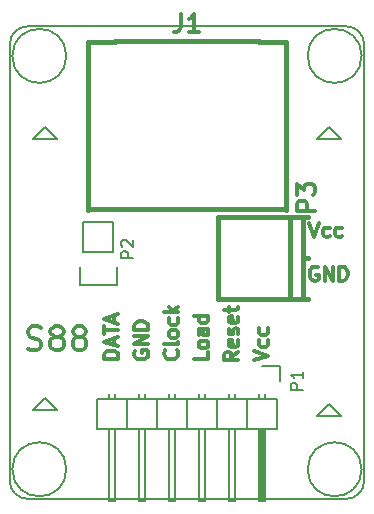
<source format=gto>
G04 #@! TF.FileFunction,Legend,Top*
%FSLAX46Y46*%
G04 Gerber Fmt 4.6, Leading zero omitted, Abs format (unit mm)*
G04 Created by KiCad (PCBNEW 4.0.2+dfsg1-stable) date Fr 03 Aug 2018 15:40:32 CEST*
%MOMM*%
G01*
G04 APERTURE LIST*
%ADD10C,0.100000*%
%ADD11C,0.300000*%
%ADD12C,0.200000*%
%ADD13C,0.150000*%
%ADD14C,0.381000*%
%ADD15C,0.304800*%
G04 APERTURE END LIST*
D10*
D11*
X161085715Y-110400000D02*
X160971429Y-110342857D01*
X160800000Y-110342857D01*
X160628572Y-110400000D01*
X160514286Y-110514286D01*
X160457143Y-110628571D01*
X160400000Y-110857143D01*
X160400000Y-111028571D01*
X160457143Y-111257143D01*
X160514286Y-111371429D01*
X160628572Y-111485714D01*
X160800000Y-111542857D01*
X160914286Y-111542857D01*
X161085715Y-111485714D01*
X161142858Y-111428571D01*
X161142858Y-111028571D01*
X160914286Y-111028571D01*
X161657143Y-111542857D02*
X161657143Y-110342857D01*
X162342858Y-111542857D01*
X162342858Y-110342857D01*
X162914286Y-111542857D02*
X162914286Y-110342857D01*
X163200001Y-110342857D01*
X163371429Y-110400000D01*
X163485715Y-110514286D01*
X163542858Y-110628571D01*
X163600001Y-110857143D01*
X163600001Y-111028571D01*
X163542858Y-111257143D01*
X163485715Y-111371429D01*
X163371429Y-111485714D01*
X163200001Y-111542857D01*
X162914286Y-111542857D01*
X160371430Y-106642857D02*
X160771430Y-107842857D01*
X161171430Y-106642857D01*
X162085715Y-107785714D02*
X161971429Y-107842857D01*
X161742858Y-107842857D01*
X161628572Y-107785714D01*
X161571429Y-107728571D01*
X161514286Y-107614286D01*
X161514286Y-107271429D01*
X161571429Y-107157143D01*
X161628572Y-107100000D01*
X161742858Y-107042857D01*
X161971429Y-107042857D01*
X162085715Y-107100000D01*
X163114286Y-107785714D02*
X163000000Y-107842857D01*
X162771429Y-107842857D01*
X162657143Y-107785714D01*
X162600000Y-107728571D01*
X162542857Y-107614286D01*
X162542857Y-107271429D01*
X162600000Y-107157143D01*
X162657143Y-107100000D01*
X162771429Y-107042857D01*
X163000000Y-107042857D01*
X163114286Y-107100000D01*
X136523809Y-117309524D02*
X136809524Y-117404762D01*
X137285714Y-117404762D01*
X137476190Y-117309524D01*
X137571428Y-117214286D01*
X137666667Y-117023810D01*
X137666667Y-116833333D01*
X137571428Y-116642857D01*
X137476190Y-116547619D01*
X137285714Y-116452381D01*
X136904762Y-116357143D01*
X136714286Y-116261905D01*
X136619047Y-116166667D01*
X136523809Y-115976190D01*
X136523809Y-115785714D01*
X136619047Y-115595238D01*
X136714286Y-115500000D01*
X136904762Y-115404762D01*
X137380952Y-115404762D01*
X137666667Y-115500000D01*
X138809524Y-116261905D02*
X138619048Y-116166667D01*
X138523809Y-116071429D01*
X138428571Y-115880952D01*
X138428571Y-115785714D01*
X138523809Y-115595238D01*
X138619048Y-115500000D01*
X138809524Y-115404762D01*
X139190476Y-115404762D01*
X139380952Y-115500000D01*
X139476190Y-115595238D01*
X139571429Y-115785714D01*
X139571429Y-115880952D01*
X139476190Y-116071429D01*
X139380952Y-116166667D01*
X139190476Y-116261905D01*
X138809524Y-116261905D01*
X138619048Y-116357143D01*
X138523809Y-116452381D01*
X138428571Y-116642857D01*
X138428571Y-117023810D01*
X138523809Y-117214286D01*
X138619048Y-117309524D01*
X138809524Y-117404762D01*
X139190476Y-117404762D01*
X139380952Y-117309524D01*
X139476190Y-117214286D01*
X139571429Y-117023810D01*
X139571429Y-116642857D01*
X139476190Y-116452381D01*
X139380952Y-116357143D01*
X139190476Y-116261905D01*
X140714286Y-116261905D02*
X140523810Y-116166667D01*
X140428571Y-116071429D01*
X140333333Y-115880952D01*
X140333333Y-115785714D01*
X140428571Y-115595238D01*
X140523810Y-115500000D01*
X140714286Y-115404762D01*
X141095238Y-115404762D01*
X141285714Y-115500000D01*
X141380952Y-115595238D01*
X141476191Y-115785714D01*
X141476191Y-115880952D01*
X141380952Y-116071429D01*
X141285714Y-116166667D01*
X141095238Y-116261905D01*
X140714286Y-116261905D01*
X140523810Y-116357143D01*
X140428571Y-116452381D01*
X140333333Y-116642857D01*
X140333333Y-117023810D01*
X140428571Y-117214286D01*
X140523810Y-117309524D01*
X140714286Y-117404762D01*
X141095238Y-117404762D01*
X141285714Y-117309524D01*
X141380952Y-117214286D01*
X141476191Y-117023810D01*
X141476191Y-116642857D01*
X141380952Y-116452381D01*
X141285714Y-116357143D01*
X141095238Y-116261905D01*
X144179857Y-118132000D02*
X142979857Y-118132000D01*
X142979857Y-117846285D01*
X143037000Y-117674857D01*
X143151286Y-117560571D01*
X143265571Y-117503428D01*
X143494143Y-117446285D01*
X143665571Y-117446285D01*
X143894143Y-117503428D01*
X144008429Y-117560571D01*
X144122714Y-117674857D01*
X144179857Y-117846285D01*
X144179857Y-118132000D01*
X143837000Y-116989143D02*
X143837000Y-116417714D01*
X144179857Y-117103428D02*
X142979857Y-116703428D01*
X144179857Y-116303428D01*
X142979857Y-116074857D02*
X142979857Y-115389143D01*
X144179857Y-115732000D02*
X142979857Y-115732000D01*
X143837000Y-115046286D02*
X143837000Y-114474857D01*
X144179857Y-115160571D02*
X142979857Y-114760571D01*
X144179857Y-114360571D01*
X145577000Y-117500285D02*
X145519857Y-117614571D01*
X145519857Y-117786000D01*
X145577000Y-117957428D01*
X145691286Y-118071714D01*
X145805571Y-118128857D01*
X146034143Y-118186000D01*
X146205571Y-118186000D01*
X146434143Y-118128857D01*
X146548429Y-118071714D01*
X146662714Y-117957428D01*
X146719857Y-117786000D01*
X146719857Y-117671714D01*
X146662714Y-117500285D01*
X146605571Y-117443142D01*
X146205571Y-117443142D01*
X146205571Y-117671714D01*
X146719857Y-116928857D02*
X145519857Y-116928857D01*
X146719857Y-116243142D01*
X145519857Y-116243142D01*
X146719857Y-115671714D02*
X145519857Y-115671714D01*
X145519857Y-115385999D01*
X145577000Y-115214571D01*
X145691286Y-115100285D01*
X145805571Y-115043142D01*
X146034143Y-114985999D01*
X146205571Y-114985999D01*
X146434143Y-115043142D01*
X146548429Y-115100285D01*
X146662714Y-115214571D01*
X146719857Y-115385999D01*
X146719857Y-115671714D01*
X149145571Y-117436713D02*
X149202714Y-117493856D01*
X149259857Y-117665285D01*
X149259857Y-117779571D01*
X149202714Y-117950999D01*
X149088429Y-118065285D01*
X148974143Y-118122428D01*
X148745571Y-118179571D01*
X148574143Y-118179571D01*
X148345571Y-118122428D01*
X148231286Y-118065285D01*
X148117000Y-117950999D01*
X148059857Y-117779571D01*
X148059857Y-117665285D01*
X148117000Y-117493856D01*
X148174143Y-117436713D01*
X149259857Y-116750999D02*
X149202714Y-116865285D01*
X149088429Y-116922428D01*
X148059857Y-116922428D01*
X149259857Y-116122428D02*
X149202714Y-116236714D01*
X149145571Y-116293857D01*
X149031286Y-116351000D01*
X148688429Y-116351000D01*
X148574143Y-116293857D01*
X148517000Y-116236714D01*
X148459857Y-116122428D01*
X148459857Y-115951000D01*
X148517000Y-115836714D01*
X148574143Y-115779571D01*
X148688429Y-115722428D01*
X149031286Y-115722428D01*
X149145571Y-115779571D01*
X149202714Y-115836714D01*
X149259857Y-115951000D01*
X149259857Y-116122428D01*
X149202714Y-114693857D02*
X149259857Y-114808143D01*
X149259857Y-115036714D01*
X149202714Y-115151000D01*
X149145571Y-115208143D01*
X149031286Y-115265286D01*
X148688429Y-115265286D01*
X148574143Y-115208143D01*
X148517000Y-115151000D01*
X148459857Y-115036714D01*
X148459857Y-114808143D01*
X148517000Y-114693857D01*
X149259857Y-114179572D02*
X148059857Y-114179572D01*
X148802714Y-114065286D02*
X149259857Y-113722429D01*
X148459857Y-113722429D02*
X148917000Y-114179572D01*
X151799857Y-117589142D02*
X151799857Y-118160571D01*
X150599857Y-118160571D01*
X151799857Y-117017713D02*
X151742714Y-117131999D01*
X151685571Y-117189142D01*
X151571286Y-117246285D01*
X151228429Y-117246285D01*
X151114143Y-117189142D01*
X151057000Y-117131999D01*
X150999857Y-117017713D01*
X150999857Y-116846285D01*
X151057000Y-116731999D01*
X151114143Y-116674856D01*
X151228429Y-116617713D01*
X151571286Y-116617713D01*
X151685571Y-116674856D01*
X151742714Y-116731999D01*
X151799857Y-116846285D01*
X151799857Y-117017713D01*
X151799857Y-115589142D02*
X151171286Y-115589142D01*
X151057000Y-115646285D01*
X150999857Y-115760571D01*
X150999857Y-115989142D01*
X151057000Y-116103428D01*
X151742714Y-115589142D02*
X151799857Y-115703428D01*
X151799857Y-115989142D01*
X151742714Y-116103428D01*
X151628429Y-116160571D01*
X151514143Y-116160571D01*
X151399857Y-116103428D01*
X151342714Y-115989142D01*
X151342714Y-115703428D01*
X151285571Y-115589142D01*
X151799857Y-114503428D02*
X150599857Y-114503428D01*
X151742714Y-114503428D02*
X151799857Y-114617714D01*
X151799857Y-114846285D01*
X151742714Y-114960571D01*
X151685571Y-115017714D01*
X151571286Y-115074857D01*
X151228429Y-115074857D01*
X151114143Y-115017714D01*
X151057000Y-114960571D01*
X150999857Y-114846285D01*
X150999857Y-114617714D01*
X151057000Y-114503428D01*
X154339857Y-117563713D02*
X153768429Y-117963713D01*
X154339857Y-118249428D02*
X153139857Y-118249428D01*
X153139857Y-117792285D01*
X153197000Y-117677999D01*
X153254143Y-117620856D01*
X153368429Y-117563713D01*
X153539857Y-117563713D01*
X153654143Y-117620856D01*
X153711286Y-117677999D01*
X153768429Y-117792285D01*
X153768429Y-118249428D01*
X154282714Y-116592285D02*
X154339857Y-116706571D01*
X154339857Y-116935142D01*
X154282714Y-117049428D01*
X154168429Y-117106571D01*
X153711286Y-117106571D01*
X153597000Y-117049428D01*
X153539857Y-116935142D01*
X153539857Y-116706571D01*
X153597000Y-116592285D01*
X153711286Y-116535142D01*
X153825571Y-116535142D01*
X153939857Y-117106571D01*
X154282714Y-116078000D02*
X154339857Y-115963714D01*
X154339857Y-115735142D01*
X154282714Y-115620857D01*
X154168429Y-115563714D01*
X154111286Y-115563714D01*
X153997000Y-115620857D01*
X153939857Y-115735142D01*
X153939857Y-115906571D01*
X153882714Y-116020857D01*
X153768429Y-116078000D01*
X153711286Y-116078000D01*
X153597000Y-116020857D01*
X153539857Y-115906571D01*
X153539857Y-115735142D01*
X153597000Y-115620857D01*
X154282714Y-114592285D02*
X154339857Y-114706571D01*
X154339857Y-114935142D01*
X154282714Y-115049428D01*
X154168429Y-115106571D01*
X153711286Y-115106571D01*
X153597000Y-115049428D01*
X153539857Y-114935142D01*
X153539857Y-114706571D01*
X153597000Y-114592285D01*
X153711286Y-114535142D01*
X153825571Y-114535142D01*
X153939857Y-115106571D01*
X153539857Y-114192285D02*
X153539857Y-113735142D01*
X153139857Y-114020857D02*
X154168429Y-114020857D01*
X154282714Y-113963714D01*
X154339857Y-113849428D01*
X154339857Y-113735142D01*
X155679857Y-118268570D02*
X156879857Y-117868570D01*
X155679857Y-117468570D01*
X156822714Y-116554285D02*
X156879857Y-116668571D01*
X156879857Y-116897142D01*
X156822714Y-117011428D01*
X156765571Y-117068571D01*
X156651286Y-117125714D01*
X156308429Y-117125714D01*
X156194143Y-117068571D01*
X156137000Y-117011428D01*
X156079857Y-116897142D01*
X156079857Y-116668571D01*
X156137000Y-116554285D01*
X156822714Y-115525714D02*
X156879857Y-115640000D01*
X156879857Y-115868571D01*
X156822714Y-115982857D01*
X156765571Y-116040000D01*
X156651286Y-116097143D01*
X156308429Y-116097143D01*
X156194143Y-116040000D01*
X156137000Y-115982857D01*
X156079857Y-115868571D01*
X156079857Y-115640000D01*
X156137000Y-115525714D01*
D12*
X162000000Y-122000000D02*
X161000000Y-123000000D01*
X163000000Y-123000000D02*
X162000000Y-122000000D01*
X161000000Y-123000000D02*
X163000000Y-123000000D01*
X138000000Y-121500000D02*
X137000000Y-122500000D01*
X139000000Y-122500000D02*
X138000000Y-121500000D01*
X137000000Y-122500000D02*
X139000000Y-122500000D01*
X138000000Y-98500000D02*
X139000000Y-99500000D01*
X137000000Y-99500000D02*
X138000000Y-98500000D01*
X139000000Y-99500000D02*
X137000000Y-99500000D01*
X162000000Y-98500000D02*
X161000000Y-99500000D01*
X163000000Y-99500000D02*
X162000000Y-98500000D01*
X161000000Y-99500000D02*
X163000000Y-99500000D01*
D13*
X136500000Y-90000000D02*
G75*
G03X135000000Y-91500000I0J-1500000D01*
G01*
X165000000Y-91500000D02*
G75*
G03X163500000Y-90000000I-1500000J0D01*
G01*
X163500000Y-130000000D02*
G75*
G03X165000000Y-128500000I0J1500000D01*
G01*
X135000000Y-128500000D02*
G75*
G03X136500000Y-130000000I1500000J0D01*
G01*
X135000000Y-91500000D02*
X135000000Y-128500000D01*
X163500000Y-130000000D02*
X136500000Y-130000000D01*
X165000000Y-91500000D02*
X165000000Y-128500000D01*
X136500000Y-90000000D02*
X163500000Y-90000000D01*
X139786000Y-127500000D02*
G75*
G03X139786000Y-127500000I-2286000J0D01*
G01*
X164786000Y-127500000D02*
G75*
G03X164786000Y-127500000I-2286000J0D01*
G01*
X164786000Y-92500000D02*
G75*
G03X164786000Y-92500000I-2286000J0D01*
G01*
X157887000Y-118715000D02*
X156337000Y-118715000D01*
X157887000Y-120015000D02*
X157887000Y-118715000D01*
X156464000Y-124206000D02*
X156464000Y-130048000D01*
X156464000Y-130048000D02*
X156210000Y-130048000D01*
X156210000Y-130048000D02*
X156210000Y-124206000D01*
X156210000Y-124206000D02*
X156337000Y-124206000D01*
X156337000Y-124206000D02*
X156337000Y-130048000D01*
X156591000Y-121539000D02*
X156591000Y-121158000D01*
X156083000Y-121539000D02*
X156083000Y-121158000D01*
X154051000Y-121539000D02*
X154051000Y-121158000D01*
X153543000Y-121539000D02*
X153543000Y-121158000D01*
X151511000Y-121539000D02*
X151511000Y-121158000D01*
X151003000Y-121539000D02*
X151003000Y-121158000D01*
X143383000Y-121539000D02*
X143383000Y-121158000D01*
X143891000Y-121539000D02*
X143891000Y-121158000D01*
X145923000Y-121539000D02*
X145923000Y-121158000D01*
X146431000Y-121539000D02*
X146431000Y-121158000D01*
X148463000Y-121539000D02*
X148463000Y-121158000D01*
X148971000Y-121539000D02*
X148971000Y-121158000D01*
X157607000Y-121539000D02*
X157607000Y-124079000D01*
X155067000Y-121539000D02*
X155067000Y-124079000D01*
X155067000Y-121539000D02*
X152527000Y-121539000D01*
X152527000Y-121539000D02*
X152527000Y-124079000D01*
X154051000Y-124079000D02*
X154051000Y-130175000D01*
X154051000Y-130175000D02*
X153543000Y-130175000D01*
X153543000Y-130175000D02*
X153543000Y-124079000D01*
X152527000Y-124079000D02*
X155067000Y-124079000D01*
X155067000Y-124079000D02*
X157607000Y-124079000D01*
X156083000Y-130175000D02*
X156083000Y-124079000D01*
X156591000Y-130175000D02*
X156083000Y-130175000D01*
X156591000Y-124079000D02*
X156591000Y-130175000D01*
X155067000Y-121539000D02*
X155067000Y-124079000D01*
X157607000Y-121539000D02*
X155067000Y-121539000D01*
X147447000Y-121539000D02*
X147447000Y-124079000D01*
X147447000Y-121539000D02*
X144907000Y-121539000D01*
X144907000Y-121539000D02*
X144907000Y-124079000D01*
X146431000Y-124079000D02*
X146431000Y-130175000D01*
X146431000Y-130175000D02*
X145923000Y-130175000D01*
X145923000Y-130175000D02*
X145923000Y-124079000D01*
X144907000Y-124079000D02*
X147447000Y-124079000D01*
X142367000Y-124079000D02*
X144907000Y-124079000D01*
X143383000Y-130175000D02*
X143383000Y-124079000D01*
X143891000Y-130175000D02*
X143383000Y-130175000D01*
X143891000Y-124079000D02*
X143891000Y-130175000D01*
X142367000Y-121539000D02*
X142367000Y-124079000D01*
X144907000Y-121539000D02*
X142367000Y-121539000D01*
X144907000Y-121539000D02*
X144907000Y-124079000D01*
X149987000Y-121539000D02*
X149987000Y-124079000D01*
X149987000Y-121539000D02*
X147447000Y-121539000D01*
X147447000Y-121539000D02*
X147447000Y-124079000D01*
X148971000Y-124079000D02*
X148971000Y-130175000D01*
X148971000Y-130175000D02*
X148463000Y-130175000D01*
X148463000Y-130175000D02*
X148463000Y-124079000D01*
X147447000Y-124079000D02*
X149987000Y-124079000D01*
X149987000Y-124079000D02*
X152527000Y-124079000D01*
X151003000Y-130175000D02*
X151003000Y-124079000D01*
X151511000Y-130175000D02*
X151003000Y-130175000D01*
X151511000Y-124079000D02*
X151511000Y-130175000D01*
X149987000Y-121539000D02*
X149987000Y-124079000D01*
X152527000Y-121539000D02*
X149987000Y-121539000D01*
X152527000Y-121539000D02*
X152527000Y-124079000D01*
X141224000Y-109093000D02*
X141224000Y-106553000D01*
X140944000Y-111913000D02*
X140944000Y-110363000D01*
X141224000Y-109093000D02*
X143764000Y-109093000D01*
X144044000Y-110363000D02*
X144044000Y-111913000D01*
X144044000Y-111913000D02*
X140944000Y-111913000D01*
X143764000Y-109093000D02*
X143764000Y-106553000D01*
X143764000Y-106553000D02*
X141224000Y-106553000D01*
D14*
X159864000Y-109601000D02*
X160264000Y-109601000D01*
X158764000Y-113101000D02*
X158764000Y-106101000D01*
X159864000Y-113101000D02*
X159864000Y-106101000D01*
X152664000Y-113101000D02*
X160264000Y-113101000D01*
X160264000Y-106101000D02*
X152664000Y-106101000D01*
X152664000Y-106101000D02*
X152664000Y-113101000D01*
D13*
X139786000Y-92500000D02*
G75*
G03X139786000Y-92500000I-2286000J0D01*
G01*
D14*
X158394400Y-105511600D02*
X158394400Y-91287600D01*
X158394400Y-91287600D02*
X156108400Y-91287600D01*
X141630400Y-105511600D02*
X141630400Y-91287600D01*
X141630400Y-91287600D02*
X143916400Y-91287600D01*
X158267400Y-105484600D02*
X141757400Y-105484600D01*
X156108400Y-91260600D02*
X143916400Y-91260600D01*
D13*
X159789381Y-120753095D02*
X158789381Y-120753095D01*
X158789381Y-120372142D01*
X158837000Y-120276904D01*
X158884619Y-120229285D01*
X158979857Y-120181666D01*
X159122714Y-120181666D01*
X159217952Y-120229285D01*
X159265571Y-120276904D01*
X159313190Y-120372142D01*
X159313190Y-120753095D01*
X159789381Y-119229285D02*
X159789381Y-119800714D01*
X159789381Y-119515000D02*
X158789381Y-119515000D01*
X158932238Y-119610238D01*
X159027476Y-119705476D01*
X159075095Y-119800714D01*
X145446381Y-109601095D02*
X144446381Y-109601095D01*
X144446381Y-109220142D01*
X144494000Y-109124904D01*
X144541619Y-109077285D01*
X144636857Y-109029666D01*
X144779714Y-109029666D01*
X144874952Y-109077285D01*
X144922571Y-109124904D01*
X144970190Y-109220142D01*
X144970190Y-109601095D01*
X144541619Y-108648714D02*
X144494000Y-108601095D01*
X144446381Y-108505857D01*
X144446381Y-108267761D01*
X144494000Y-108172523D01*
X144541619Y-108124904D01*
X144636857Y-108077285D01*
X144732095Y-108077285D01*
X144874952Y-108124904D01*
X145446381Y-108696333D01*
X145446381Y-108077285D01*
D11*
X160842571Y-105608142D02*
X159342571Y-105608142D01*
X159342571Y-105036714D01*
X159414000Y-104893856D01*
X159485429Y-104822428D01*
X159628286Y-104750999D01*
X159842571Y-104750999D01*
X159985429Y-104822428D01*
X160056857Y-104893856D01*
X160128286Y-105036714D01*
X160128286Y-105608142D01*
X159342571Y-104250999D02*
X159342571Y-103322428D01*
X159914000Y-103822428D01*
X159914000Y-103608142D01*
X159985429Y-103465285D01*
X160056857Y-103393856D01*
X160199714Y-103322428D01*
X160556857Y-103322428D01*
X160699714Y-103393856D01*
X160771143Y-103465285D01*
X160842571Y-103608142D01*
X160842571Y-104036714D01*
X160771143Y-104179571D01*
X160699714Y-104250999D01*
D15*
X149504400Y-88929029D02*
X149504400Y-90017600D01*
X149431828Y-90235314D01*
X149286685Y-90380457D01*
X149068971Y-90453029D01*
X148923828Y-90453029D01*
X151028400Y-90453029D02*
X150157543Y-90453029D01*
X150592971Y-90453029D02*
X150592971Y-88929029D01*
X150447828Y-89146743D01*
X150302686Y-89291886D01*
X150157543Y-89364457D01*
M02*

</source>
